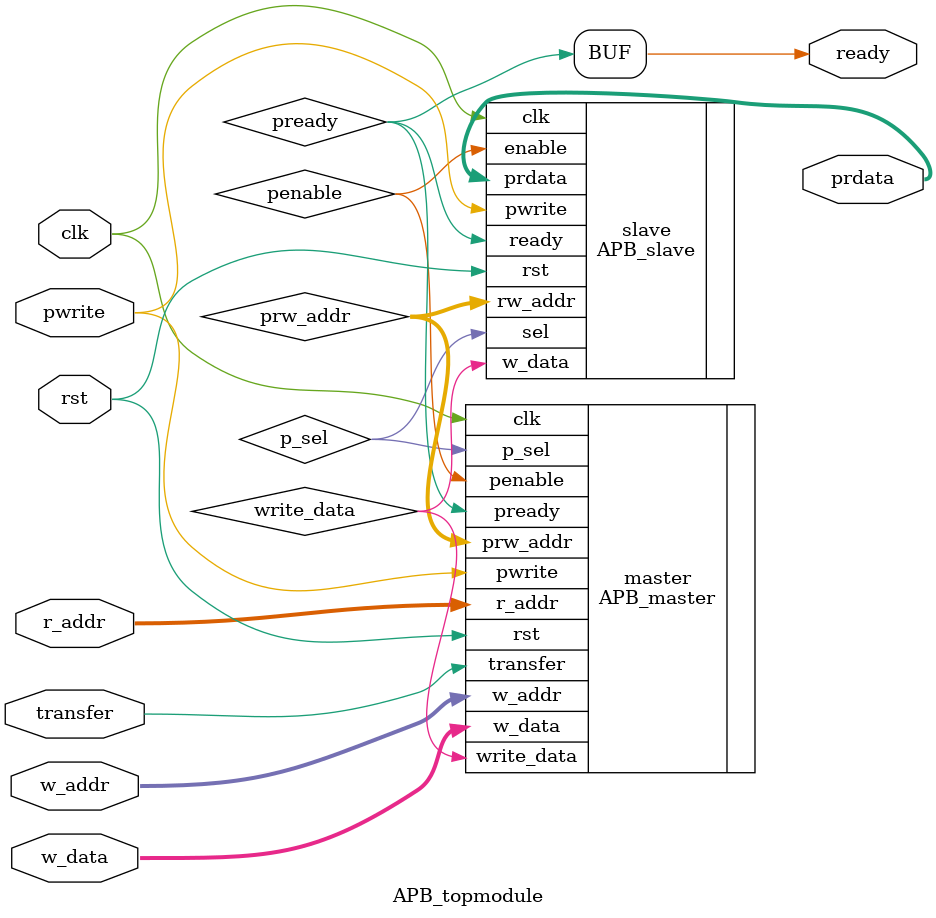
<source format=v>
`include "apb_master.sv"
`include "apb_slave.sv"
module APB_topmodule(
  input clk,
  input rst,
  input transfer,
  input pwrite,
  input [7:0] r_addr,
  input [7:0] w_addr,
  input [7:0] w_data,

  output [7:0]prdata,
  output ready);


  wire p_sel;
  wire penable;
  wire [7:0] prw_addr;
  wire pready;
  wire write_data;
//   wire pr_data;

APB_master master(.clk(clk),
                  .rst(rst),
                  .transfer(transfer),
                  .pwrite(pwrite),
                  .r_addr(r_addr),
                  .w_addr(w_addr),
                  .w_data(w_data),
                  .pready(pready),
                  .p_sel(p_sel),
                  .penable(penable),
                  .prw_addr(prw_addr),
                  .write_data(write_data)
//                   .prdata(pr_data)  
               );

APB_slave slave(.clk(clk),
                .rst(rst),
                .sel(p_sel),
                .enable(penable),
                .pwrite(pwrite),
                .rw_addr(prw_addr),
                .w_data(write_data),
                .ready(pready),
                .prdata(prdata)
              );

assign ready = pready;

endmodule

</source>
